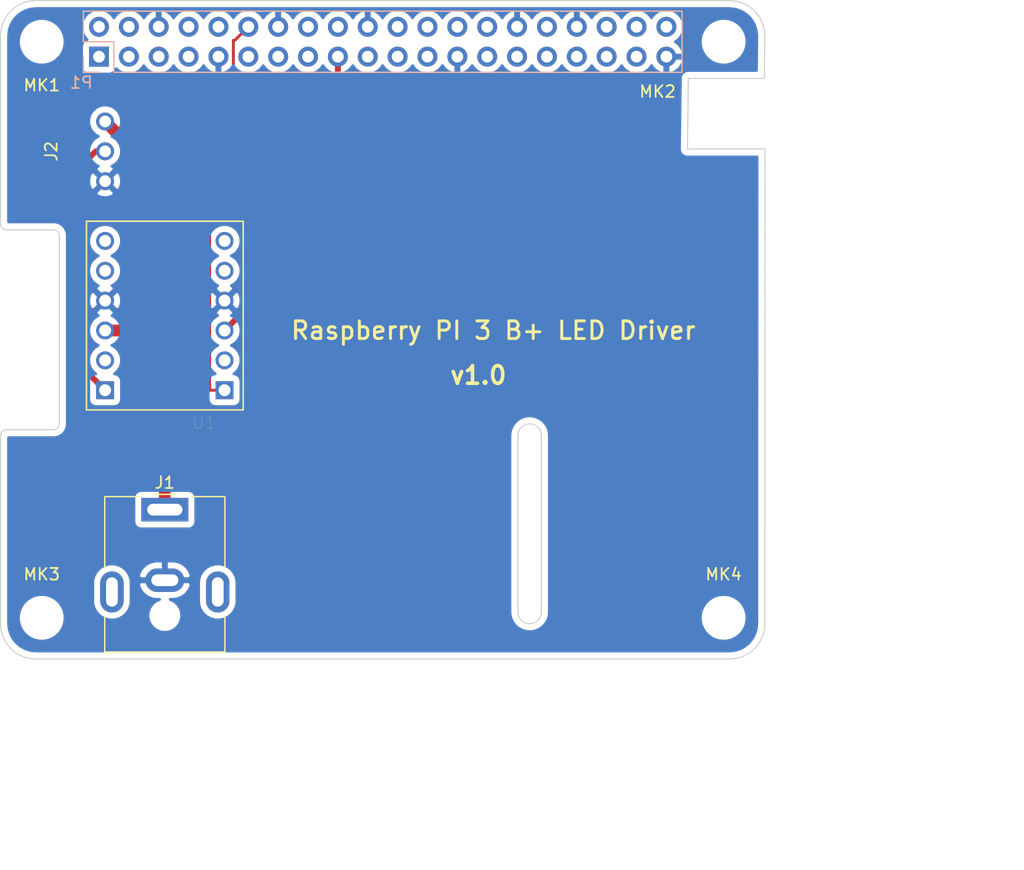
<source format=kicad_pcb>
(kicad_pcb (version 20171130) (host pcbnew 5.1.10-88a1d61d58~88~ubuntu20.04.1)

  (general
    (thickness 1.6)
    (drawings 45)
    (tracks 19)
    (zones 0)
    (modules 8)
    (nets 40)
  )

  (page A3)
  (title_block
    (date "15 nov 2012")
  )

  (layers
    (0 F.Cu signal)
    (31 B.Cu signal)
    (32 B.Adhes user)
    (33 F.Adhes user)
    (34 B.Paste user)
    (35 F.Paste user)
    (36 B.SilkS user)
    (37 F.SilkS user)
    (38 B.Mask user)
    (39 F.Mask user)
    (40 Dwgs.User user)
    (41 Cmts.User user)
    (42 Eco1.User user)
    (43 Eco2.User user)
    (44 Edge.Cuts user)
    (45 Margin user)
    (46 B.CrtYd user)
    (47 F.CrtYd user)
  )

  (setup
    (last_trace_width 0.2)
    (trace_clearance 0.2)
    (zone_clearance 0.508)
    (zone_45_only no)
    (trace_min 0.1524)
    (via_size 0.9)
    (via_drill 0.6)
    (via_min_size 0.8)
    (via_min_drill 0.5)
    (uvia_size 0.5)
    (uvia_drill 0.1)
    (uvias_allowed no)
    (uvia_min_size 0.5)
    (uvia_min_drill 0.1)
    (edge_width 0.1)
    (segment_width 0.1)
    (pcb_text_width 0.3)
    (pcb_text_size 1 1)
    (mod_edge_width 0.15)
    (mod_text_size 1 1)
    (mod_text_width 0.15)
    (pad_size 2.5 2.5)
    (pad_drill 2.5)
    (pad_to_mask_clearance 0)
    (aux_axis_origin 200 150)
    (grid_origin 200 150)
    (visible_elements 7FFFFFFF)
    (pcbplotparams
      (layerselection 0x010e0_ffffffff)
      (usegerberextensions true)
      (usegerberattributes false)
      (usegerberadvancedattributes false)
      (creategerberjobfile false)
      (excludeedgelayer true)
      (linewidth 0.150000)
      (plotframeref false)
      (viasonmask false)
      (mode 1)
      (useauxorigin false)
      (hpglpennumber 1)
      (hpglpenspeed 20)
      (hpglpendiameter 15.000000)
      (psnegative false)
      (psa4output false)
      (plotreference true)
      (plotvalue true)
      (plotinvisibletext false)
      (padsonsilk false)
      (subtractmaskfromsilk false)
      (outputformat 1)
      (mirror false)
      (drillshape 0)
      (scaleselection 1)
      (outputdirectory "../out/"))
  )

  (net 0 "")
  (net 1 +3V3)
  (net 2 +5V)
  (net 3 GND)
  (net 4 /ID_SD)
  (net 5 /ID_SC)
  (net 6 /GPIO5)
  (net 7 /GPIO6)
  (net 8 /GPIO26)
  (net 9 "/GPIO2(SDA1)")
  (net 10 "/GPIO3(SCL1)")
  (net 11 "/GPIO4(GCLK)")
  (net 12 "/GPIO14(TXD0)")
  (net 13 "/GPIO15(RXD0)")
  (net 14 "/GPIO17(GEN0)")
  (net 15 "/GPIO27(GEN2)")
  (net 16 "/GPIO22(GEN3)")
  (net 17 "/GPIO23(GEN4)")
  (net 18 "/GPIO24(GEN5)")
  (net 19 "/GPIO25(GEN6)")
  (net 20 "/GPIO18(GEN1)(PWM0)")
  (net 21 "/GPIO10(SPI0_MOSI)")
  (net 22 "/GPIO9(SPI0_MISO)")
  (net 23 "/GPIO11(SPI0_SCK)")
  (net 24 "/GPIO8(SPI0_CE_N)")
  (net 25 "/GPIO7(SPI1_CE_N)")
  (net 26 "/GPIO12(PWM0)")
  (net 27 "/GPIO13(PWM1)")
  (net 28 "/GPIO19(SPI1_MISO)")
  (net 29 /GPIO16)
  (net 30 "/GPIO20(SPI1_MOSI)")
  (net 31 "/GPIO21(SPI1_SCK)")
  (net 32 "Net-(U1-PadHV4)")
  (net 33 "Net-(U1-PadHV3)")
  (net 34 "Net-(U1-PadHV2)")
  (net 35 /LED_DATA)
  (net 36 "Net-(U1-PadLV4)")
  (net 37 "Net-(U1-PadLV3)")
  (net 38 "Net-(U1-PadLV2)")
  (net 39 /LED_POWER)

  (net_class Default "This is the default net class."
    (clearance 0.2)
    (trace_width 0.2)
    (via_dia 0.9)
    (via_drill 0.6)
    (uvia_dia 0.5)
    (uvia_drill 0.1)
    (add_net +3V3)
    (add_net +5V)
    (add_net "/GPIO10(SPI0_MOSI)")
    (add_net "/GPIO11(SPI0_SCK)")
    (add_net "/GPIO12(PWM0)")
    (add_net "/GPIO13(PWM1)")
    (add_net "/GPIO14(TXD0)")
    (add_net "/GPIO15(RXD0)")
    (add_net /GPIO16)
    (add_net "/GPIO17(GEN0)")
    (add_net "/GPIO18(GEN1)(PWM0)")
    (add_net "/GPIO19(SPI1_MISO)")
    (add_net "/GPIO2(SDA1)")
    (add_net "/GPIO20(SPI1_MOSI)")
    (add_net "/GPIO21(SPI1_SCK)")
    (add_net "/GPIO22(GEN3)")
    (add_net "/GPIO23(GEN4)")
    (add_net "/GPIO24(GEN5)")
    (add_net "/GPIO25(GEN6)")
    (add_net /GPIO26)
    (add_net "/GPIO27(GEN2)")
    (add_net "/GPIO3(SCL1)")
    (add_net "/GPIO4(GCLK)")
    (add_net /GPIO5)
    (add_net /GPIO6)
    (add_net "/GPIO7(SPI1_CE_N)")
    (add_net "/GPIO8(SPI0_CE_N)")
    (add_net "/GPIO9(SPI0_MISO)")
    (add_net /ID_SC)
    (add_net /ID_SD)
    (add_net /LED_DATA)
    (add_net /LED_POWER)
    (add_net GND)
    (add_net "Net-(U1-PadHV2)")
    (add_net "Net-(U1-PadHV3)")
    (add_net "Net-(U1-PadHV4)")
    (add_net "Net-(U1-PadLV2)")
    (add_net "Net-(U1-PadLV3)")
    (add_net "Net-(U1-PadLV4)")
  )

  (net_class Power ""
    (clearance 0.2)
    (trace_width 0.5)
    (via_dia 1)
    (via_drill 0.7)
    (uvia_dia 0.5)
    (uvia_drill 0.1)
  )

  (module "BOB-120009 Level Converter:CONV_BOB-12009" (layer F.Cu) (tedit 609C7C35) (tstamp 609CF24C)
    (at 213.97 120.79 180)
    (path /60A2181B)
    (fp_text reference U1 (at -3.325 -9.135) (layer F.SilkS)
      (effects (font (size 1 1) (thickness 0.015)))
    )
    (fp_text value BOB-12009 (at 2.39 9.135) (layer F.Fab)
      (effects (font (size 1 1) (thickness 0.015)))
    )
    (fp_line (start 6.665 -8.025) (end 6.665 8.025) (layer F.SilkS) (width 0.127))
    (fp_line (start 6.665 8.025) (end -6.665 8.025) (layer F.SilkS) (width 0.127))
    (fp_line (start -6.665 8.025) (end -6.665 -8.025) (layer F.SilkS) (width 0.127))
    (fp_line (start -6.665 -8.025) (end 6.665 -8.025) (layer F.SilkS) (width 0.127))
    (fp_line (start 6.915 -8.275) (end -6.915 -8.275) (layer F.CrtYd) (width 0.05))
    (fp_line (start -6.915 -8.275) (end -6.915 8.275) (layer F.CrtYd) (width 0.05))
    (fp_line (start -6.915 8.275) (end 6.915 8.275) (layer F.CrtYd) (width 0.05))
    (fp_line (start 6.915 8.275) (end 6.915 -8.275) (layer F.CrtYd) (width 0.05))
    (fp_line (start 6.665 -8.025) (end 6.665 8.025) (layer F.Fab) (width 0.127))
    (fp_line (start 6.665 8.025) (end -6.665 8.025) (layer F.Fab) (width 0.127))
    (fp_line (start -6.665 8.025) (end -6.665 -8.025) (layer F.Fab) (width 0.127))
    (fp_line (start -6.665 -8.025) (end 6.665 -8.025) (layer F.Fab) (width 0.127))
    (pad HV4 thru_hole circle (at 5.08 6.35 180) (size 1.524 1.524) (drill 1.016) (layers *.Cu *.Mask)
      (net 32 "Net-(U1-PadHV4)"))
    (pad HV3 thru_hole circle (at 5.08 3.81 180) (size 1.524 1.524) (drill 1.016) (layers *.Cu *.Mask)
      (net 33 "Net-(U1-PadHV3)"))
    (pad GND_1 thru_hole circle (at 5.08 1.27 180) (size 1.524 1.524) (drill 1.016) (layers *.Cu *.Mask)
      (net 3 GND))
    (pad HV thru_hole circle (at 5.08 -1.27 180) (size 1.524 1.524) (drill 1.016) (layers *.Cu *.Mask)
      (net 39 /LED_POWER))
    (pad HV2 thru_hole circle (at 5.08 -3.81 180) (size 1.524 1.524) (drill 1.016) (layers *.Cu *.Mask)
      (net 34 "Net-(U1-PadHV2)"))
    (pad HV1 thru_hole rect (at 5.08 -6.35 180) (size 1.524 1.524) (drill 1.016) (layers *.Cu *.Mask)
      (net 35 /LED_DATA))
    (pad LV4 thru_hole circle (at -5.08 6.35 180) (size 1.524 1.524) (drill 1.016) (layers *.Cu *.Mask)
      (net 36 "Net-(U1-PadLV4)"))
    (pad LV3 thru_hole circle (at -5.08 3.81 180) (size 1.524 1.524) (drill 1.016) (layers *.Cu *.Mask)
      (net 37 "Net-(U1-PadLV3)"))
    (pad GND_2 thru_hole circle (at -5.08 1.27 180) (size 1.524 1.524) (drill 1.016) (layers *.Cu *.Mask)
      (net 3 GND))
    (pad LV thru_hole circle (at -5.08 -1.27 180) (size 1.524 1.524) (drill 1.016) (layers *.Cu *.Mask)
      (net 1 +3V3))
    (pad LV2 thru_hole circle (at -5.08 -3.81 180) (size 1.524 1.524) (drill 1.016) (layers *.Cu *.Mask)
      (net 38 "Net-(U1-PadLV2)"))
    (pad LV1 thru_hole rect (at -5.08 -6.35 180) (size 1.524 1.524) (drill 1.016) (layers *.Cu *.Mask)
      (net 20 "/GPIO18(GEN1)(PWM0)"))
  )

  (module "BOB-120009 Level Converter:Molex-0901362203" (layer F.Cu) (tedit 609CCC6E) (tstamp 609D291C)
    (at 208.89 106.82 90)
    (path /609FFB72)
    (fp_text reference J2 (at 0 -4.58 90) (layer F.SilkS)
      (effects (font (size 1 1) (thickness 0.15)))
    )
    (fp_text value Conn_01x03_Male (at 0 -5.58 90) (layer F.Fab)
      (effects (font (size 1 1) (thickness 0.15)))
    )
    (pad 3 thru_hole circle (at 2.54 0 90) (size 1.524 1.524) (drill 1) (layers *.Cu *.Mask)
      (net 39 /LED_POWER))
    (pad 2 thru_hole circle (at 0 0 90) (size 1.524 1.524) (drill 1) (layers *.Cu *.Mask)
      (net 35 /LED_DATA))
    (pad 1 thru_hole circle (at -2.54 0 90) (size 1.524 1.524) (drill 1) (layers *.Cu *.Mask)
      (net 3 GND))
  )

  (module Connector_BarrelJack:BarrelJack_CUI_PJ-063AH_Horizontal (layer F.Cu) (tedit 5B0886BD) (tstamp 609D2915)
    (at 213.97 137.3)
    (descr "Barrel Jack, 2.0mm ID, 5.5mm OD, 24V, 8A, no switch, https://www.cui.com/product/resource/pj-063ah.pdf")
    (tags "barrel jack cui dc power")
    (path /609CFBCC)
    (fp_text reference J1 (at 0 -2.3) (layer F.SilkS)
      (effects (font (size 1 1) (thickness 0.15)))
    )
    (fp_text value Barrel_Jack (at 0 13) (layer F.Fab)
      (effects (font (size 1 1) (thickness 0.15)))
    )
    (fp_text user %R (at 0 5.5) (layer F.Fab)
      (effects (font (size 1 1) (thickness 0.15)))
    )
    (fp_line (start -5 -1) (end -1 -1) (layer F.Fab) (width 0.1))
    (fp_line (start -1 -1) (end 0 0) (layer F.Fab) (width 0.1))
    (fp_line (start 0 0) (end 1 -1) (layer F.Fab) (width 0.1))
    (fp_line (start 1 -1) (end 5 -1) (layer F.Fab) (width 0.1))
    (fp_line (start 5 -1) (end 5 12) (layer F.Fab) (width 0.1))
    (fp_line (start 5 12) (end -5 12) (layer F.Fab) (width 0.1))
    (fp_line (start -5 12) (end -5 -1) (layer F.Fab) (width 0.1))
    (fp_line (start -5.11 4.95) (end -5.11 -1.11) (layer F.SilkS) (width 0.12))
    (fp_line (start -5.11 -1.11) (end -2.3 -1.11) (layer F.SilkS) (width 0.12))
    (fp_line (start 2.3 -1.11) (end 5.11 -1.11) (layer F.SilkS) (width 0.12))
    (fp_line (start 5.11 -1.11) (end 5.11 4.95) (layer F.SilkS) (width 0.12))
    (fp_line (start 5.11 9.05) (end 5.11 12.11) (layer F.SilkS) (width 0.12))
    (fp_line (start 5.11 12.11) (end -5.11 12.11) (layer F.SilkS) (width 0.12))
    (fp_line (start -5.11 12.11) (end -5.11 9.05) (layer F.SilkS) (width 0.12))
    (fp_line (start -1 -1.3) (end 1 -1.3) (layer F.SilkS) (width 0.12))
    (fp_line (start -6 -1.5) (end -6 12.5) (layer F.CrtYd) (width 0.05))
    (fp_line (start -6 12.5) (end 6 12.5) (layer F.CrtYd) (width 0.05))
    (fp_line (start 6 12.5) (end 6 -1.5) (layer F.CrtYd) (width 0.05))
    (fp_line (start 6 -1.5) (end -6 -1.5) (layer F.CrtYd) (width 0.05))
    (pad "" np_thru_hole circle (at 0 9) (size 1.6 1.6) (drill 1.6) (layers *.Cu *.Mask))
    (pad MP thru_hole oval (at 4.5 7) (size 2 3.5) (drill oval 1 2.5) (layers *.Cu *.Mask))
    (pad MP thru_hole oval (at -4.5 7) (size 2 3.5) (drill oval 1 2.5) (layers *.Cu *.Mask))
    (pad 2 thru_hole oval (at 0 6) (size 3.3 2) (drill oval 2.3 1) (layers *.Cu *.Mask)
      (net 3 GND))
    (pad 1 thru_hole rect (at 0 0) (size 4 2) (drill oval 3 1) (layers *.Cu *.Mask)
      (net 39 /LED_POWER))
    (model ${KISYS3DMOD}/Connector_BarrelJack.3dshapes/BarrelJack_CUI_PJ-063AH_Horizontal.wrl
      (at (xyz 0 0 0))
      (scale (xyz 1 1 1))
      (rotate (xyz 0 0 0))
    )
  )

  (module Connector_PinSocket_2.54mm:PinSocket_2x20_P2.54mm_Vertical (layer B.Cu) (tedit 5A19A433) (tstamp 5A793E9F)
    (at 208.37 98.77 270)
    (descr "Through hole straight socket strip, 2x20, 2.54mm pitch, double cols (from Kicad 4.0.7), script generated")
    (tags "Through hole socket strip THT 2x20 2.54mm double row")
    (path /59AD464A)
    (fp_text reference P1 (at 2.208 1.512) (layer B.SilkS)
      (effects (font (size 1 1) (thickness 0.15)) (justify mirror))
    )
    (fp_text value Conn_02x20_Odd_Even (at -1.27 -51.03 270) (layer B.Fab)
      (effects (font (size 1 1) (thickness 0.15)) (justify mirror))
    )
    (fp_line (start -4.34 -50) (end -4.34 1.8) (layer B.CrtYd) (width 0.05))
    (fp_line (start 1.76 -50) (end -4.34 -50) (layer B.CrtYd) (width 0.05))
    (fp_line (start 1.76 1.8) (end 1.76 -50) (layer B.CrtYd) (width 0.05))
    (fp_line (start -4.34 1.8) (end 1.76 1.8) (layer B.CrtYd) (width 0.05))
    (fp_line (start 0 1.33) (end 1.33 1.33) (layer B.SilkS) (width 0.12))
    (fp_line (start 1.33 1.33) (end 1.33 0) (layer B.SilkS) (width 0.12))
    (fp_line (start -1.27 1.33) (end -1.27 -1.27) (layer B.SilkS) (width 0.12))
    (fp_line (start -1.27 -1.27) (end 1.33 -1.27) (layer B.SilkS) (width 0.12))
    (fp_line (start 1.33 -1.27) (end 1.33 -49.59) (layer B.SilkS) (width 0.12))
    (fp_line (start -3.87 -49.59) (end 1.33 -49.59) (layer B.SilkS) (width 0.12))
    (fp_line (start -3.87 1.33) (end -3.87 -49.59) (layer B.SilkS) (width 0.12))
    (fp_line (start -3.87 1.33) (end -1.27 1.33) (layer B.SilkS) (width 0.12))
    (fp_line (start -3.81 -49.53) (end -3.81 1.27) (layer B.Fab) (width 0.1))
    (fp_line (start 1.27 -49.53) (end -3.81 -49.53) (layer B.Fab) (width 0.1))
    (fp_line (start 1.27 0.27) (end 1.27 -49.53) (layer B.Fab) (width 0.1))
    (fp_line (start 0.27 1.27) (end 1.27 0.27) (layer B.Fab) (width 0.1))
    (fp_line (start -3.81 1.27) (end 0.27 1.27) (layer B.Fab) (width 0.1))
    (fp_text user %R (at -1.27 -24.13 180) (layer B.Fab)
      (effects (font (size 1 1) (thickness 0.15)) (justify mirror))
    )
    (pad 40 thru_hole oval (at -2.54 -48.26 270) (size 1.7 1.7) (drill 1) (layers *.Cu *.Mask)
      (net 31 "/GPIO21(SPI1_SCK)"))
    (pad 39 thru_hole oval (at 0 -48.26 270) (size 1.7 1.7) (drill 1) (layers *.Cu *.Mask)
      (net 3 GND))
    (pad 38 thru_hole oval (at -2.54 -45.72 270) (size 1.7 1.7) (drill 1) (layers *.Cu *.Mask)
      (net 30 "/GPIO20(SPI1_MOSI)"))
    (pad 37 thru_hole oval (at 0 -45.72 270) (size 1.7 1.7) (drill 1) (layers *.Cu *.Mask)
      (net 8 /GPIO26))
    (pad 36 thru_hole oval (at -2.54 -43.18 270) (size 1.7 1.7) (drill 1) (layers *.Cu *.Mask)
      (net 29 /GPIO16))
    (pad 35 thru_hole oval (at 0 -43.18 270) (size 1.7 1.7) (drill 1) (layers *.Cu *.Mask)
      (net 28 "/GPIO19(SPI1_MISO)"))
    (pad 34 thru_hole oval (at -2.54 -40.64 270) (size 1.7 1.7) (drill 1) (layers *.Cu *.Mask)
      (net 3 GND))
    (pad 33 thru_hole oval (at 0 -40.64 270) (size 1.7 1.7) (drill 1) (layers *.Cu *.Mask)
      (net 27 "/GPIO13(PWM1)"))
    (pad 32 thru_hole oval (at -2.54 -38.1 270) (size 1.7 1.7) (drill 1) (layers *.Cu *.Mask)
      (net 26 "/GPIO12(PWM0)"))
    (pad 31 thru_hole oval (at 0 -38.1 270) (size 1.7 1.7) (drill 1) (layers *.Cu *.Mask)
      (net 7 /GPIO6))
    (pad 30 thru_hole oval (at -2.54 -35.56 270) (size 1.7 1.7) (drill 1) (layers *.Cu *.Mask)
      (net 3 GND))
    (pad 29 thru_hole oval (at 0 -35.56 270) (size 1.7 1.7) (drill 1) (layers *.Cu *.Mask)
      (net 6 /GPIO5))
    (pad 28 thru_hole oval (at -2.54 -33.02 270) (size 1.7 1.7) (drill 1) (layers *.Cu *.Mask)
      (net 5 /ID_SC))
    (pad 27 thru_hole oval (at 0 -33.02 270) (size 1.7 1.7) (drill 1) (layers *.Cu *.Mask)
      (net 4 /ID_SD))
    (pad 26 thru_hole oval (at -2.54 -30.48 270) (size 1.7 1.7) (drill 1) (layers *.Cu *.Mask)
      (net 25 "/GPIO7(SPI1_CE_N)"))
    (pad 25 thru_hole oval (at 0 -30.48 270) (size 1.7 1.7) (drill 1) (layers *.Cu *.Mask)
      (net 3 GND))
    (pad 24 thru_hole oval (at -2.54 -27.94 270) (size 1.7 1.7) (drill 1) (layers *.Cu *.Mask)
      (net 24 "/GPIO8(SPI0_CE_N)"))
    (pad 23 thru_hole oval (at 0 -27.94 270) (size 1.7 1.7) (drill 1) (layers *.Cu *.Mask)
      (net 23 "/GPIO11(SPI0_SCK)"))
    (pad 22 thru_hole oval (at -2.54 -25.4 270) (size 1.7 1.7) (drill 1) (layers *.Cu *.Mask)
      (net 19 "/GPIO25(GEN6)"))
    (pad 21 thru_hole oval (at 0 -25.4 270) (size 1.7 1.7) (drill 1) (layers *.Cu *.Mask)
      (net 22 "/GPIO9(SPI0_MISO)"))
    (pad 20 thru_hole oval (at -2.54 -22.86 270) (size 1.7 1.7) (drill 1) (layers *.Cu *.Mask)
      (net 3 GND))
    (pad 19 thru_hole oval (at 0 -22.86 270) (size 1.7 1.7) (drill 1) (layers *.Cu *.Mask)
      (net 21 "/GPIO10(SPI0_MOSI)"))
    (pad 18 thru_hole oval (at -2.54 -20.32 270) (size 1.7 1.7) (drill 1) (layers *.Cu *.Mask)
      (net 18 "/GPIO24(GEN5)"))
    (pad 17 thru_hole oval (at 0 -20.32 270) (size 1.7 1.7) (drill 1) (layers *.Cu *.Mask)
      (net 1 +3V3))
    (pad 16 thru_hole oval (at -2.54 -17.78 270) (size 1.7 1.7) (drill 1) (layers *.Cu *.Mask)
      (net 17 "/GPIO23(GEN4)"))
    (pad 15 thru_hole oval (at 0 -17.78 270) (size 1.7 1.7) (drill 1) (layers *.Cu *.Mask)
      (net 16 "/GPIO22(GEN3)"))
    (pad 14 thru_hole oval (at -2.54 -15.24 270) (size 1.7 1.7) (drill 1) (layers *.Cu *.Mask)
      (net 3 GND))
    (pad 13 thru_hole oval (at 0 -15.24 270) (size 1.7 1.7) (drill 1) (layers *.Cu *.Mask)
      (net 15 "/GPIO27(GEN2)"))
    (pad 12 thru_hole oval (at -2.54 -12.7 270) (size 1.7 1.7) (drill 1) (layers *.Cu *.Mask)
      (net 20 "/GPIO18(GEN1)(PWM0)"))
    (pad 11 thru_hole oval (at 0 -12.7 270) (size 1.7 1.7) (drill 1) (layers *.Cu *.Mask)
      (net 14 "/GPIO17(GEN0)"))
    (pad 10 thru_hole oval (at -2.54 -10.16 270) (size 1.7 1.7) (drill 1) (layers *.Cu *.Mask)
      (net 13 "/GPIO15(RXD0)"))
    (pad 9 thru_hole oval (at 0 -10.16 270) (size 1.7 1.7) (drill 1) (layers *.Cu *.Mask)
      (net 3 GND))
    (pad 8 thru_hole oval (at -2.54 -7.62 270) (size 1.7 1.7) (drill 1) (layers *.Cu *.Mask)
      (net 12 "/GPIO14(TXD0)"))
    (pad 7 thru_hole oval (at 0 -7.62 270) (size 1.7 1.7) (drill 1) (layers *.Cu *.Mask)
      (net 11 "/GPIO4(GCLK)"))
    (pad 6 thru_hole oval (at -2.54 -5.08 270) (size 1.7 1.7) (drill 1) (layers *.Cu *.Mask)
      (net 3 GND))
    (pad 5 thru_hole oval (at 0 -5.08 270) (size 1.7 1.7) (drill 1) (layers *.Cu *.Mask)
      (net 10 "/GPIO3(SCL1)"))
    (pad 4 thru_hole oval (at -2.54 -2.54 270) (size 1.7 1.7) (drill 1) (layers *.Cu *.Mask)
      (net 2 +5V))
    (pad 3 thru_hole oval (at 0 -2.54 270) (size 1.7 1.7) (drill 1) (layers *.Cu *.Mask)
      (net 9 "/GPIO2(SDA1)"))
    (pad 2 thru_hole oval (at -2.54 0 270) (size 1.7 1.7) (drill 1) (layers *.Cu *.Mask)
      (net 2 +5V))
    (pad 1 thru_hole rect (at 0 0 270) (size 1.7 1.7) (drill 1) (layers *.Cu *.Mask)
      (net 1 +3V3))
    (model ${KISYS3DMOD}/Connector_PinSocket_2.54mm.3dshapes/PinSocket_2x20_P2.54mm_Vertical.wrl
      (at (xyz 0 0 0))
      (scale (xyz 1 1 1))
      (rotate (xyz 0 0 0))
    )
  )

  (module MountingHole:MountingHole_2.7mm_M2.5 (layer F.Cu) (tedit 56D1B4CB) (tstamp 5A793E98)
    (at 261.5 146.5)
    (descr "Mounting Hole 2.7mm, no annular, M2.5")
    (tags "mounting hole 2.7mm no annular m2.5")
    (path /5834FC4F)
    (attr virtual)
    (fp_text reference MK4 (at 0 -3.7) (layer F.SilkS)
      (effects (font (size 1 1) (thickness 0.15)))
    )
    (fp_text value M2.5 (at 0 3.7) (layer F.Fab)
      (effects (font (size 1 1) (thickness 0.15)))
    )
    (fp_circle (center 0 0) (end 2.95 0) (layer F.CrtYd) (width 0.05))
    (fp_circle (center 0 0) (end 2.7 0) (layer Cmts.User) (width 0.15))
    (fp_text user %R (at 0.3 0) (layer F.Fab)
      (effects (font (size 1 1) (thickness 0.15)))
    )
    (pad 1 np_thru_hole circle (at 0 0) (size 2.7 2.7) (drill 2.7) (layers *.Cu *.Mask))
  )

  (module MountingHole:MountingHole_2.7mm_M2.5 (layer F.Cu) (tedit 56D1B4CB) (tstamp 5A793E91)
    (at 203.5 146.5)
    (descr "Mounting Hole 2.7mm, no annular, M2.5")
    (tags "mounting hole 2.7mm no annular m2.5")
    (path /5834FBEF)
    (attr virtual)
    (fp_text reference MK3 (at 0 -3.7) (layer F.SilkS)
      (effects (font (size 1 1) (thickness 0.15)))
    )
    (fp_text value M2.5 (at 0 3.7) (layer F.Fab)
      (effects (font (size 1 1) (thickness 0.15)))
    )
    (fp_circle (center 0 0) (end 2.95 0) (layer F.CrtYd) (width 0.05))
    (fp_circle (center 0 0) (end 2.7 0) (layer Cmts.User) (width 0.15))
    (fp_text user %R (at 0.3 0) (layer F.Fab)
      (effects (font (size 1 1) (thickness 0.15)))
    )
    (pad 1 np_thru_hole circle (at 0 0) (size 2.7 2.7) (drill 2.7) (layers *.Cu *.Mask))
  )

  (module MountingHole:MountingHole_2.7mm_M2.5 (layer F.Cu) (tedit 56D1B4CB) (tstamp 5A793E8A)
    (at 261.5 97.5 180)
    (descr "Mounting Hole 2.7mm, no annular, M2.5")
    (tags "mounting hole 2.7mm no annular m2.5")
    (path /5834FC19)
    (attr virtual)
    (fp_text reference MK2 (at 5.62 -4.24 180) (layer F.SilkS)
      (effects (font (size 1 1) (thickness 0.15)))
    )
    (fp_text value M2.5 (at 0 3.7 180) (layer F.Fab)
      (effects (font (size 1 1) (thickness 0.15)))
    )
    (fp_circle (center 0 0) (end 2.95 0) (layer F.CrtYd) (width 0.05))
    (fp_circle (center 0 0) (end 2.7 0) (layer Cmts.User) (width 0.15))
    (fp_text user %R (at 0.3 0 180) (layer F.Fab)
      (effects (font (size 1 1) (thickness 0.15)))
    )
    (pad 1 np_thru_hole circle (at 0 0 180) (size 2.7 2.7) (drill 2.7) (layers *.Cu *.Mask))
  )

  (module MountingHole:MountingHole_2.7mm_M2.5 (layer F.Cu) (tedit 56D1B4CB) (tstamp 5A793E83)
    (at 203.5 97.5 180)
    (descr "Mounting Hole 2.7mm, no annular, M2.5")
    (tags "mounting hole 2.7mm no annular m2.5")
    (path /5834FB2E)
    (attr virtual)
    (fp_text reference MK1 (at 0 -3.7 180) (layer F.SilkS)
      (effects (font (size 1 1) (thickness 0.15)))
    )
    (fp_text value M2.5 (at 0 3.7 180) (layer F.Fab)
      (effects (font (size 1 1) (thickness 0.15)))
    )
    (fp_circle (center 0 0) (end 2.95 0) (layer F.CrtYd) (width 0.05))
    (fp_circle (center 0 0) (end 2.7 0) (layer Cmts.User) (width 0.15))
    (fp_text user %R (at 0.3 0 180) (layer F.Fab)
      (effects (font (size 1 1) (thickness 0.15)))
    )
    (pad 1 np_thru_hole circle (at 0 0 180) (size 2.7 2.7) (drill 2.7) (layers *.Cu *.Mask))
  )

  (gr_line (start 265 147) (end 265.02 106.623) (layer Edge.Cuts) (width 0.1) (tstamp 609D3425))
  (gr_line (start 264.9605 100.6224) (end 265 97) (layer Edge.Cuts) (width 0.1) (tstamp 609D3424))
  (gr_text v1.0 (at 240.64 125.87) (layer F.SilkS)
    (effects (font (size 1.5 1.5) (thickness 0.3)))
  )
  (gr_text "Raspberry PI 3 B+ LED Driver" (at 241.91 122.06) (layer F.SilkS)
    (effects (font (size 1.5 1.5) (thickness 0.25)))
  )
  (gr_line (start 258.42 106.623) (end 265.02 106.623) (layer Edge.Cuts) (width 0.1) (tstamp 609CF82B))
  (gr_line (start 258.42 106.623) (end 258.5 100.623) (layer Edge.Cuts) (width 0.1) (tstamp 609CF825))
  (gr_line (start 258.5 100.623) (end 264.9605 100.6224) (layer Edge.Cuts) (width 0.1))
  (gr_line (start 244 146) (end 244 131) (layer Edge.Cuts) (width 0.1))
  (gr_line (start 246 131) (end 246 146) (layer Edge.Cuts) (width 0.1))
  (gr_arc (start 245 131) (end 244 131) (angle 180) (layer Edge.Cuts) (width 0.1))
  (gr_arc (start 245 146) (end 246 146) (angle 180) (layer Edge.Cuts) (width 0.1))
  (gr_arc (start 200.5 131) (end 200 131) (angle 89.9) (layer Edge.Cuts) (width 0.1))
  (gr_arc (start 204.5 130) (end 205 130) (angle 90) (layer Edge.Cuts) (width 0.1))
  (gr_arc (start 200.5 113) (end 200.5 113.5) (angle 90) (layer Edge.Cuts) (width 0.1))
  (gr_arc (start 204.5 114) (end 204.5 113.5) (angle 90) (layer Edge.Cuts) (width 0.1))
  (gr_line (start 200 113) (end 200 131) (layer Dwgs.User) (width 0.1))
  (gr_line (start 200 97) (end 200 113) (layer Edge.Cuts) (width 0.1))
  (gr_text DISPLAY (at 202.5 122 90) (layer Dwgs.User) (tstamp 580CBBFF)
    (effects (font (size 1 1) (thickness 0.15)))
  )
  (gr_text CAMERA (at 245 139 90) (layer Dwgs.User)
    (effects (font (size 1 1) (thickness 0.15)))
  )
  (gr_text RJ45 (at 276.2 139.84) (layer Dwgs.User) (tstamp 580CBBEB)
    (effects (font (size 2 2) (thickness 0.15)))
  )
  (gr_text USB (at 277.724 121.552) (layer Dwgs.User) (tstamp 580CBBE9)
    (effects (font (size 2 2) (thickness 0.15)))
  )
  (gr_text USB (at 278.232 102.248) (layer Dwgs.User)
    (effects (font (size 2 2) (thickness 0.15)))
  )
  (gr_arc (start 262 97) (end 262 94) (angle 90) (layer Edge.Cuts) (width 0.1))
  (gr_arc (start 262 147) (end 265 147) (angle 90) (layer Edge.Cuts) (width 0.1))
  (gr_arc (start 203 147) (end 203 150) (angle 90) (layer Edge.Cuts) (width 0.1))
  (gr_arc (start 203 97) (end 200 97) (angle 90) (layer Edge.Cuts) (width 0.1))
  (gr_line (start 269.9 114.45) (end 287 114.45) (layer Dwgs.User) (width 0.1))
  (gr_line (start 262 94) (end 203 94) (layer Edge.Cuts) (width 0.1))
  (gr_line (start 269.9 127.55) (end 269.9 114.45) (layer Dwgs.User) (width 0.1))
  (gr_line (start 287 127.55) (end 269.9 127.55) (layer Dwgs.User) (width 0.1))
  (gr_line (start 287 114.45) (end 287 127.55) (layer Dwgs.User) (width 0.1))
  (gr_line (start 204.5 130.5) (end 200.5 130.5) (layer Edge.Cuts) (width 0.1))
  (gr_line (start 205 114) (end 205 130) (layer Edge.Cuts) (width 0.1))
  (gr_line (start 200.5 113.5) (end 204.5 113.5) (layer Edge.Cuts) (width 0.1))
  (gr_line (start 266 147.675) (end 266 131.825) (layer Dwgs.User) (width 0.1))
  (gr_line (start 287 147.675) (end 266 147.675) (layer Dwgs.User) (width 0.1))
  (gr_line (start 287 131.825) (end 287 147.675) (layer Dwgs.User) (width 0.1))
  (gr_line (start 266 131.825) (end 287 131.825) (layer Dwgs.User) (width 0.1))
  (gr_line (start 203 150) (end 262 150) (layer Edge.Cuts) (width 0.1))
  (gr_line (start 200 131) (end 200 147) (layer Edge.Cuts) (width 0.1))
  (gr_line (start 269.9 109.455925) (end 269.9 96.355925) (layer Dwgs.User) (width 0.1))
  (gr_line (start 287 109.455925) (end 269.9 109.455925) (layer Dwgs.User) (width 0.1))
  (gr_line (start 287 96.355925) (end 287 109.455925) (layer Dwgs.User) (width 0.1))
  (gr_line (start 269.9 96.355925) (end 287 96.355925) (layer Dwgs.User) (width 0.1))
  (gr_text "RASPBERRY-PI 40-PIN ADDON BOARD\nVIEW FROM TOP\nNOTE: P1 SHOULD BE FITTED ON THE REVERSE OF THE BOARD\n\nADD EDGE CUTS FROM CAMERA AND DISPLAY PORTS AS REQUIRED" (at 200 160.16) (layer Dwgs.User)
    (effects (font (size 2 1.7) (thickness 0.12)) (justify left))
  )

  (segment (start 219.05 122.06) (end 228.69 112.42) (width 0.5) (layer F.Cu) (net 1))
  (segment (start 228.69 112.42) (end 228.69 104.8) (width 0.5) (layer F.Cu) (net 1))
  (segment (start 228.69 104.8) (end 228.69 98.77) (width 0.5) (layer F.Cu) (net 1))
  (segment (start 219.8 109.760001) (end 219.8 97.380001) (width 0.25) (layer F.Cu) (net 20))
  (segment (start 219.919999 97.380001) (end 221.07 96.23) (width 0.25) (layer F.Cu) (net 20))
  (segment (start 219.8 97.380001) (end 219.919999 97.380001) (width 0.2) (layer F.Cu) (net 20))
  (segment (start 219.05 127.14) (end 217.78 127.14) (width 0.25) (layer F.Cu) (net 20))
  (segment (start 217.78 127.14) (end 217.78 110.63) (width 0.25) (layer F.Cu) (net 20))
  (segment (start 218.930001 110.63) (end 219.8 109.760001) (width 0.25) (layer F.Cu) (net 20))
  (segment (start 217.78 110.63) (end 218.930001 110.63) (width 0.25) (layer F.Cu) (net 20))
  (segment (start 208.89 127.14) (end 206.35 124.6) (width 0.5) (layer F.Cu) (net 35))
  (segment (start 206.35 108.559992) (end 208.089992 106.82) (width 0.5) (layer F.Cu) (net 35))
  (segment (start 206.35 124.6) (end 206.35 108.559992) (width 0.5) (layer F.Cu) (net 35))
  (segment (start 208.89 122.06) (end 213.97 122.06) (width 1) (layer F.Cu) (net 39))
  (segment (start 213.97 122.06) (end 213.97 113.17) (width 1) (layer F.Cu) (net 39))
  (segment (start 213.97 137.3) (end 213.97 122.06) (width 1) (layer F.Cu) (net 39))
  (segment (start 213.97 111.9) (end 213.97 113.17) (width 1) (layer F.Cu) (net 39))
  (segment (start 213.97 109.36) (end 208.89 104.28) (width 1) (layer F.Cu) (net 39))
  (segment (start 213.97 111.9) (end 213.97 109.36) (width 1) (layer F.Cu) (net 39))

  (zone (net 3) (net_name GND) (layer B.Cu) (tstamp 609D3313) (hatch edge 0.508)
    (connect_pads (clearance 0.508))
    (min_thickness 0.254)
    (fill yes (arc_segments 32) (thermal_gap 0.508) (thermal_bridge_width 0.508))
    (polygon
      (pts
        (xy 264.77 150) (xy 200 150) (xy 200 94.12) (xy 266.04 94.12)
      )
    )
    (filled_polygon
      (pts
        (xy 262.449016 94.732312) (xy 262.88093 94.862714) (xy 263.279285 95.074524) (xy 263.628914 95.359675) (xy 263.916497 95.707303)
        (xy 264.131086 96.104177) (xy 264.264498 96.535161) (xy 264.314809 97.013835) (xy 264.282928 99.937463) (xy 258.538195 99.937997)
        (xy 258.509176 99.934748) (xy 258.470899 99.938004) (xy 258.46629 99.938004) (xy 258.437352 99.940857) (xy 258.37473 99.946183)
        (xy 258.370276 99.947469) (xy 258.365655 99.947925) (xy 258.305442 99.966196) (xy 258.245096 99.983627) (xy 258.240979 99.985757)
        (xy 258.236535 99.987106) (xy 258.181059 100.016765) (xy 258.125258 100.045641) (xy 258.121634 100.048535) (xy 258.11754 100.050724)
        (xy 258.068923 100.090631) (xy 258.019822 100.129844) (xy 258.016832 100.13339) (xy 258.013244 100.136335) (xy 257.973347 100.184959)
        (xy 257.932838 100.232998) (xy 257.930598 100.237058) (xy 257.927653 100.240647) (xy 257.898012 100.296114) (xy 257.86765 100.35114)
        (xy 257.866244 100.355561) (xy 257.864057 100.359654) (xy 257.845808 100.419832) (xy 257.826763 100.479729) (xy 257.826247 100.484339)
        (xy 257.8249 100.48878) (xy 257.818744 100.55134) (xy 257.81551 100.580224) (xy 257.815449 100.584835) (xy 257.811687 100.623063)
        (xy 257.814551 100.652119) (xy 257.735449 106.584792) (xy 257.731686 106.623) (xy 257.737856 106.685642) (xy 257.743182 106.74827)
        (xy 257.74446 106.752695) (xy 257.744912 106.757283) (xy 257.76318 106.817504) (xy 257.780626 106.877904) (xy 257.782743 106.881994)
        (xy 257.784081 106.886406) (xy 257.813753 106.941918) (xy 257.842641 106.997742) (xy 257.845514 107.001339) (xy 257.847688 107.005407)
        (xy 257.88764 107.054088) (xy 257.926844 107.103178) (xy 257.930362 107.106145) (xy 257.933289 107.109711) (xy 257.98196 107.149655)
        (xy 258.029997 107.190162) (xy 258.034028 107.192386) (xy 258.037593 107.195312) (xy 258.093127 107.224996) (xy 258.14814 107.25535)
        (xy 258.152526 107.256745) (xy 258.156594 107.258919) (xy 258.216847 107.277197) (xy 258.276729 107.296237) (xy 258.281304 107.296749)
        (xy 258.285717 107.298088) (xy 258.348375 107.304259) (xy 258.410824 107.311252) (xy 258.449062 107.308) (xy 264.334661 107.308)
        (xy 264.315017 146.96632) (xy 264.267688 147.449016) (xy 264.137287 147.880927) (xy 263.92548 148.27928) (xy 263.640325 148.628914)
        (xy 263.292697 148.916497) (xy 262.895825 149.131085) (xy 262.464834 149.2645) (xy 261.984346 149.315) (xy 203.033504 149.315)
        (xy 202.550984 149.267688) (xy 202.119073 149.137287) (xy 201.72072 148.92548) (xy 201.371086 148.640325) (xy 201.083503 148.292697)
        (xy 200.868915 147.895825) (xy 200.7355 147.464834) (xy 200.685 146.984346) (xy 200.685 146.304495) (xy 201.515 146.304495)
        (xy 201.515 146.695505) (xy 201.591282 147.079003) (xy 201.740915 147.44025) (xy 201.958149 147.765364) (xy 202.234636 148.041851)
        (xy 202.55975 148.259085) (xy 202.920997 148.408718) (xy 203.304495 148.485) (xy 203.695505 148.485) (xy 204.079003 148.408718)
        (xy 204.44025 148.259085) (xy 204.765364 148.041851) (xy 205.041851 147.765364) (xy 205.259085 147.44025) (xy 205.408718 147.079003)
        (xy 205.485 146.695505) (xy 205.485 146.304495) (xy 205.408718 145.920997) (xy 205.259085 145.55975) (xy 205.041851 145.234636)
        (xy 204.765364 144.958149) (xy 204.44025 144.740915) (xy 204.079003 144.591282) (xy 203.695505 144.515) (xy 203.304495 144.515)
        (xy 202.920997 144.591282) (xy 202.55975 144.740915) (xy 202.234636 144.958149) (xy 201.958149 145.234636) (xy 201.740915 145.55975)
        (xy 201.591282 145.920997) (xy 201.515 146.304495) (xy 200.685 146.304495) (xy 200.685 143.469679) (xy 207.835 143.469679)
        (xy 207.835 145.130322) (xy 207.858657 145.370516) (xy 207.952149 145.678715) (xy 208.10397 145.962752) (xy 208.308287 146.211714)
        (xy 208.557249 146.416031) (xy 208.841286 146.567852) (xy 209.149485 146.661343) (xy 209.47 146.692911) (xy 209.790516 146.661343)
        (xy 210.098715 146.567852) (xy 210.382752 146.416031) (xy 210.631714 146.211714) (xy 210.836031 145.962752) (xy 210.987852 145.678715)
        (xy 211.081343 145.370516) (xy 211.105 145.130322) (xy 211.105 143.680434) (xy 211.729876 143.680434) (xy 211.760856 143.808355)
        (xy 211.88999 144.102761) (xy 212.074078 144.366317) (xy 212.306046 144.588895) (xy 212.57698 144.761942) (xy 212.876468 144.878807)
        (xy 213.193 144.935) (xy 213.515568 144.935) (xy 213.290273 145.02832) (xy 213.055241 145.185363) (xy 212.855363 145.385241)
        (xy 212.69832 145.620273) (xy 212.590147 145.881426) (xy 212.535 146.158665) (xy 212.535 146.441335) (xy 212.590147 146.718574)
        (xy 212.69832 146.979727) (xy 212.855363 147.214759) (xy 213.055241 147.414637) (xy 213.290273 147.57168) (xy 213.551426 147.679853)
        (xy 213.828665 147.735) (xy 214.111335 147.735) (xy 214.388574 147.679853) (xy 214.649727 147.57168) (xy 214.884759 147.414637)
        (xy 215.084637 147.214759) (xy 215.24168 146.979727) (xy 215.349853 146.718574) (xy 215.405 146.441335) (xy 215.405 146.158665)
        (xy 215.349853 145.881426) (xy 215.24168 145.620273) (xy 215.084637 145.385241) (xy 214.884759 145.185363) (xy 214.649727 145.02832)
        (xy 214.424432 144.935) (xy 214.747 144.935) (xy 215.063532 144.878807) (xy 215.36302 144.761942) (xy 215.633954 144.588895)
        (xy 215.865922 144.366317) (xy 216.05001 144.102761) (xy 216.179144 143.808355) (xy 216.210124 143.680434) (xy 216.110876 143.469679)
        (xy 216.835 143.469679) (xy 216.835 145.130322) (xy 216.858657 145.370516) (xy 216.952149 145.678715) (xy 217.10397 145.962752)
        (xy 217.308287 146.211714) (xy 217.557249 146.416031) (xy 217.841286 146.567852) (xy 218.149485 146.661343) (xy 218.47 146.692911)
        (xy 218.790516 146.661343) (xy 219.098715 146.567852) (xy 219.382752 146.416031) (xy 219.631714 146.211714) (xy 219.77785 146.033646)
        (xy 243.315 146.033646) (xy 243.318366 146.067821) (xy 243.318366 146.080806) (xy 243.319366 146.090318) (xy 243.341121 146.284268)
        (xy 243.354025 146.344976) (xy 243.366089 146.405901) (xy 243.368917 146.415038) (xy 243.42793 146.601068) (xy 243.452377 146.658105)
        (xy 243.476046 146.715531) (xy 243.480595 146.723944) (xy 243.574617 146.894969) (xy 243.609692 146.946194) (xy 243.64405 146.997906)
        (xy 243.650146 147.005276) (xy 243.775596 147.154782) (xy 243.819974 147.19824) (xy 243.863703 147.242275) (xy 243.871109 147.248315)
        (xy 243.871113 147.248319) (xy 243.871115 147.24832) (xy 244.023214 147.370611) (xy 244.075139 147.404589) (xy 244.126632 147.439322)
        (xy 244.135077 147.443812) (xy 244.308033 147.534232) (xy 244.36559 147.557487) (xy 244.422835 147.58155) (xy 244.431991 147.584315)
        (xy 244.619217 147.639418) (xy 244.680218 147.651054) (xy 244.741015 147.663534) (xy 244.750533 147.664468) (xy 244.944895 147.682157)
        (xy 245.006986 147.681723) (xy 245.069066 147.682156) (xy 245.078585 147.681223) (xy 245.272682 147.660822) (xy 245.333496 147.648339)
        (xy 245.394481 147.636705) (xy 245.403637 147.633941) (xy 245.590075 147.576229) (xy 245.647279 147.552182) (xy 245.704873 147.528913)
        (xy 245.713317 147.524423) (xy 245.884994 147.431598) (xy 245.936468 147.396878) (xy 245.988418 147.362883) (xy 245.995829 147.356839)
        (xy 246.146207 147.232435) (xy 246.189973 147.188362) (xy 246.234311 147.144943) (xy 246.240408 147.137574) (xy 246.363758 146.986332)
        (xy 246.398126 146.934603) (xy 246.433191 146.883392) (xy 246.437739 146.874981) (xy 246.43774 146.87498) (xy 246.437742 146.874976)
        (xy 246.529366 146.702657) (xy 246.553022 146.645261) (xy 246.577482 146.588193) (xy 246.58031 146.579056) (xy 246.636719 146.39222)
        (xy 246.64878 146.33131) (xy 246.654479 146.304495) (xy 259.515 146.304495) (xy 259.515 146.695505) (xy 259.591282 147.079003)
        (xy 259.740915 147.44025) (xy 259.958149 147.765364) (xy 260.234636 148.041851) (xy 260.55975 148.259085) (xy 260.920997 148.408718)
        (xy 261.304495 148.485) (xy 261.695505 148.485) (xy 262.079003 148.408718) (xy 262.44025 148.259085) (xy 262.765364 148.041851)
        (xy 263.041851 147.765364) (xy 263.259085 147.44025) (xy 263.408718 147.079003) (xy 263.485 146.695505) (xy 263.485 146.304495)
        (xy 263.408718 145.920997) (xy 263.259085 145.55975) (xy 263.041851 145.234636) (xy 262.765364 144.958149) (xy 262.44025 144.740915)
        (xy 262.079003 144.591282) (xy 261.695505 144.515) (xy 261.304495 144.515) (xy 260.920997 144.591282) (xy 260.55975 144.740915)
        (xy 260.234636 144.958149) (xy 259.958149 145.234636) (xy 259.740915 145.55975) (xy 259.591282 145.920997) (xy 259.515 146.304495)
        (xy 246.654479 146.304495) (xy 246.661686 146.270591) (xy 246.662686 146.261079) (xy 246.681731 146.066845) (xy 246.681731 146.066837)
        (xy 246.685 146.033647) (xy 246.685 130.966353) (xy 246.681633 130.932169) (xy 246.681633 130.919193) (xy 246.680634 130.909681)
        (xy 246.658879 130.715732) (xy 246.645975 130.655024) (xy 246.633911 130.594099) (xy 246.631083 130.584962) (xy 246.57207 130.398932)
        (xy 246.547618 130.341882) (xy 246.523954 130.28447) (xy 246.519405 130.276056) (xy 246.425383 130.105031) (xy 246.39031 130.053809)
        (xy 246.355951 130.002094) (xy 246.349854 129.994724) (xy 246.224404 129.845218) (xy 246.180046 129.801779) (xy 246.136297 129.757724)
        (xy 246.128885 129.751679) (xy 245.976785 129.629389) (xy 245.924845 129.595401) (xy 245.873367 129.560678) (xy 245.864923 129.556187)
        (xy 245.691967 129.465768) (xy 245.63441 129.442513) (xy 245.577165 129.41845) (xy 245.568009 129.415685) (xy 245.380783 129.360582)
        (xy 245.319775 129.348945) (xy 245.258985 129.336466) (xy 245.249466 129.335532) (xy 245.055105 129.317843) (xy 244.992981 129.318277)
        (xy 244.930933 129.317844) (xy 244.921426 129.318776) (xy 244.921419 129.318776) (xy 244.921413 129.318777) (xy 244.727318 129.339178)
        (xy 244.666504 129.351661) (xy 244.605519 129.363295) (xy 244.596363 129.366059) (xy 244.409925 129.423771) (xy 244.352692 129.44783)
        (xy 244.295127 129.471087) (xy 244.286682 129.475577) (xy 244.115006 129.568402) (xy 244.063532 129.603122) (xy 244.011582 129.637117)
        (xy 244.00417 129.643162) (xy 243.853793 129.767565) (xy 243.810027 129.811638) (xy 243.765689 129.855057) (xy 243.759592 129.862426)
        (xy 243.636242 130.013668) (xy 243.601881 130.065386) (xy 243.566809 130.116607) (xy 243.56226 130.12502) (xy 243.470635 130.297343)
        (xy 243.446978 130.354739) (xy 243.422519 130.411807) (xy 243.41969 130.420943) (xy 243.363281 130.60778) (xy 243.351219 130.668698)
        (xy 243.338314 130.72941) (xy 243.337314 130.738922) (xy 243.318269 130.933155) (xy 243.318269 130.933173) (xy 243.315001 130.966353)
        (xy 243.315 146.033646) (xy 219.77785 146.033646) (xy 219.836031 145.962752) (xy 219.987852 145.678715) (xy 220.081343 145.370516)
        (xy 220.105 145.130322) (xy 220.105 143.469678) (xy 220.081343 143.229484) (xy 219.987852 142.921285) (xy 219.836031 142.637248)
        (xy 219.631714 142.388286) (xy 219.382751 142.183969) (xy 219.098714 142.032148) (xy 218.790515 141.938657) (xy 218.47 141.907089)
        (xy 218.149484 141.938657) (xy 217.841285 142.032148) (xy 217.557248 142.183969) (xy 217.308286 142.388286) (xy 217.103969 142.637249)
        (xy 216.952148 142.921286) (xy 216.858657 143.229485) (xy 216.835 143.469679) (xy 216.110876 143.469679) (xy 216.090777 143.427)
        (xy 214.097 143.427) (xy 214.097 143.447) (xy 213.843 143.447) (xy 213.843 143.427) (xy 211.849223 143.427)
        (xy 211.729876 143.680434) (xy 211.105 143.680434) (xy 211.105 143.469678) (xy 211.081343 143.229484) (xy 210.987852 142.921285)
        (xy 210.986934 142.919566) (xy 211.729876 142.919566) (xy 211.849223 143.173) (xy 213.843 143.173) (xy 213.843 141.665)
        (xy 214.097 141.665) (xy 214.097 143.173) (xy 216.090777 143.173) (xy 216.210124 142.919566) (xy 216.179144 142.791645)
        (xy 216.05001 142.497239) (xy 215.865922 142.233683) (xy 215.633954 142.011105) (xy 215.36302 141.838058) (xy 215.063532 141.721193)
        (xy 214.747 141.665) (xy 214.097 141.665) (xy 213.843 141.665) (xy 213.193 141.665) (xy 212.876468 141.721193)
        (xy 212.57698 141.838058) (xy 212.306046 142.011105) (xy 212.074078 142.233683) (xy 211.88999 142.497239) (xy 211.760856 142.791645)
        (xy 211.729876 142.919566) (xy 210.986934 142.919566) (xy 210.836031 142.637248) (xy 210.631714 142.388286) (xy 210.382751 142.183969)
        (xy 210.098714 142.032148) (xy 209.790515 141.938657) (xy 209.47 141.907089) (xy 209.149484 141.938657) (xy 208.841285 142.032148)
        (xy 208.557248 142.183969) (xy 208.308286 142.388286) (xy 208.103969 142.637249) (xy 207.952148 142.921286) (xy 207.858657 143.229485)
        (xy 207.835 143.469679) (xy 200.685 143.469679) (xy 200.685 136.3) (xy 211.331928 136.3) (xy 211.331928 138.3)
        (xy 211.344188 138.424482) (xy 211.380498 138.54418) (xy 211.439463 138.654494) (xy 211.518815 138.751185) (xy 211.615506 138.830537)
        (xy 211.72582 138.889502) (xy 211.845518 138.925812) (xy 211.97 138.938072) (xy 215.97 138.938072) (xy 216.094482 138.925812)
        (xy 216.21418 138.889502) (xy 216.324494 138.830537) (xy 216.421185 138.751185) (xy 216.500537 138.654494) (xy 216.559502 138.54418)
        (xy 216.595812 138.424482) (xy 216.608072 138.3) (xy 216.608072 136.3) (xy 216.595812 136.175518) (xy 216.559502 136.05582)
        (xy 216.500537 135.945506) (xy 216.421185 135.848815) (xy 216.324494 135.769463) (xy 216.21418 135.710498) (xy 216.094482 135.674188)
        (xy 215.97 135.661928) (xy 211.97 135.661928) (xy 211.845518 135.674188) (xy 211.72582 135.710498) (xy 211.615506 135.769463)
        (xy 211.518815 135.848815) (xy 211.439463 135.945506) (xy 211.380498 136.05582) (xy 211.344188 136.175518) (xy 211.331928 136.3)
        (xy 200.685 136.3) (xy 200.685 131.185) (xy 204.533647 131.185) (xy 204.562601 131.182148) (xy 204.565573 131.182169)
        (xy 204.575092 131.181236) (xy 204.623218 131.176178) (xy 204.634283 131.175088) (xy 204.634652 131.174976) (xy 204.67214 131.171036)
        (xy 204.73299 131.158545) (xy 204.793942 131.146918) (xy 204.803096 131.144155) (xy 204.803102 131.144153) (xy 204.896317 131.115298)
        (xy 204.953533 131.091246) (xy 205.011119 131.06798) (xy 205.019564 131.06349) (xy 205.105401 131.017077) (xy 205.156867 130.982362)
        (xy 205.208821 130.948364) (xy 205.216232 130.94232) (xy 205.291421 130.880118) (xy 205.335162 130.83607) (xy 205.379522 130.792631)
        (xy 205.385618 130.785261) (xy 205.385623 130.785256) (xy 205.385627 130.78525) (xy 205.447294 130.70964) (xy 205.481632 130.657959)
        (xy 205.516733 130.606694) (xy 205.521282 130.598281) (xy 205.567094 130.51212) (xy 205.590758 130.454704) (xy 205.615208 130.397661)
        (xy 205.618036 130.388525) (xy 205.646241 130.295107) (xy 205.658303 130.234187) (xy 205.671209 130.17347) (xy 205.672209 130.163958)
        (xy 205.681731 130.066841) (xy 205.681731 130.066837) (xy 205.685 130.033647) (xy 205.685 126.378) (xy 207.489928 126.378)
        (xy 207.489928 127.902) (xy 207.502188 128.026482) (xy 207.538498 128.14618) (xy 207.597463 128.256494) (xy 207.676815 128.353185)
        (xy 207.773506 128.432537) (xy 207.88382 128.491502) (xy 208.003518 128.527812) (xy 208.128 128.540072) (xy 209.652 128.540072)
        (xy 209.776482 128.527812) (xy 209.89618 128.491502) (xy 210.006494 128.432537) (xy 210.103185 128.353185) (xy 210.182537 128.256494)
        (xy 210.241502 128.14618) (xy 210.277812 128.026482) (xy 210.290072 127.902) (xy 210.290072 126.378) (xy 217.649928 126.378)
        (xy 217.649928 127.902) (xy 217.662188 128.026482) (xy 217.698498 128.14618) (xy 217.757463 128.256494) (xy 217.836815 128.353185)
        (xy 217.933506 128.432537) (xy 218.04382 128.491502) (xy 218.163518 128.527812) (xy 218.288 128.540072) (xy 219.812 128.540072)
        (xy 219.936482 128.527812) (xy 220.05618 128.491502) (xy 220.166494 128.432537) (xy 220.263185 128.353185) (xy 220.342537 128.256494)
        (xy 220.401502 128.14618) (xy 220.437812 128.026482) (xy 220.450072 127.902) (xy 220.450072 126.378) (xy 220.437812 126.253518)
        (xy 220.401502 126.13382) (xy 220.342537 126.023506) (xy 220.263185 125.926815) (xy 220.166494 125.847463) (xy 220.05618 125.788498)
        (xy 219.936482 125.752188) (xy 219.852535 125.74392) (xy 219.940535 125.68512) (xy 220.13512 125.490535) (xy 220.288005 125.261727)
        (xy 220.393314 125.00749) (xy 220.447 124.737592) (xy 220.447 124.462408) (xy 220.393314 124.19251) (xy 220.288005 123.938273)
        (xy 220.13512 123.709465) (xy 219.940535 123.51488) (xy 219.711727 123.361995) (xy 219.634485 123.33) (xy 219.711727 123.298005)
        (xy 219.940535 123.14512) (xy 220.13512 122.950535) (xy 220.288005 122.721727) (xy 220.393314 122.46749) (xy 220.447 122.197592)
        (xy 220.447 121.922408) (xy 220.393314 121.65251) (xy 220.288005 121.398273) (xy 220.13512 121.169465) (xy 219.940535 120.97488)
        (xy 219.711727 120.821995) (xy 219.640057 120.792308) (xy 219.653023 120.787636) (xy 219.76898 120.725656) (xy 219.83596 120.485565)
        (xy 219.05 119.699605) (xy 218.26404 120.485565) (xy 218.33102 120.725656) (xy 218.46676 120.789485) (xy 218.388273 120.821995)
        (xy 218.159465 120.97488) (xy 217.96488 121.169465) (xy 217.811995 121.398273) (xy 217.706686 121.65251) (xy 217.653 121.922408)
        (xy 217.653 122.197592) (xy 217.706686 122.46749) (xy 217.811995 122.721727) (xy 217.96488 122.950535) (xy 218.159465 123.14512)
        (xy 218.388273 123.298005) (xy 218.465515 123.33) (xy 218.388273 123.361995) (xy 218.159465 123.51488) (xy 217.96488 123.709465)
        (xy 217.811995 123.938273) (xy 217.706686 124.19251) (xy 217.653 124.462408) (xy 217.653 124.737592) (xy 217.706686 125.00749)
        (xy 217.811995 125.261727) (xy 217.96488 125.490535) (xy 218.159465 125.68512) (xy 218.247465 125.74392) (xy 218.163518 125.752188)
        (xy 218.04382 125.788498) (xy 217.933506 125.847463) (xy 217.836815 125.926815) (xy 217.757463 126.023506) (xy 217.698498 126.13382)
        (xy 217.662188 126.253518) (xy 217.649928 126.378) (xy 210.290072 126.378) (xy 210.277812 126.253518) (xy 210.241502 126.13382)
        (xy 210.182537 126.023506) (xy 210.103185 125.926815) (xy 210.006494 125.847463) (xy 209.89618 125.788498) (xy 209.776482 125.752188)
        (xy 209.692535 125.74392) (xy 209.780535 125.68512) (xy 209.97512 125.490535) (xy 210.128005 125.261727) (xy 210.233314 125.00749)
        (xy 210.287 124.737592) (xy 210.287 124.462408) (xy 210.233314 124.19251) (xy 210.128005 123.938273) (xy 209.97512 123.709465)
        (xy 209.780535 123.51488) (xy 209.551727 123.361995) (xy 209.474485 123.33) (xy 209.551727 123.298005) (xy 209.780535 123.14512)
        (xy 209.97512 122.950535) (xy 210.128005 122.721727) (xy 210.233314 122.46749) (xy 210.287 122.197592) (xy 210.287 121.922408)
        (xy 210.233314 121.65251) (xy 210.128005 121.398273) (xy 209.97512 121.169465) (xy 209.780535 120.97488) (xy 209.551727 120.821995)
        (xy 209.480057 120.792308) (xy 209.493023 120.787636) (xy 209.60898 120.725656) (xy 209.67596 120.485565) (xy 208.89 119.699605)
        (xy 208.10404 120.485565) (xy 208.17102 120.725656) (xy 208.30676 120.789485) (xy 208.228273 120.821995) (xy 207.999465 120.97488)
        (xy 207.80488 121.169465) (xy 207.651995 121.398273) (xy 207.546686 121.65251) (xy 207.493 121.922408) (xy 207.493 122.197592)
        (xy 207.546686 122.46749) (xy 207.651995 122.721727) (xy 207.80488 122.950535) (xy 207.999465 123.14512) (xy 208.228273 123.298005)
        (xy 208.305515 123.33) (xy 208.228273 123.361995) (xy 207.999465 123.51488) (xy 207.80488 123.709465) (xy 207.651995 123.938273)
        (xy 207.546686 124.19251) (xy 207.493 124.462408) (xy 207.493 124.737592) (xy 207.546686 125.00749) (xy 207.651995 125.261727)
        (xy 207.80488 125.490535) (xy 207.999465 125.68512) (xy 208.087465 125.74392) (xy 208.003518 125.752188) (xy 207.88382 125.788498)
        (xy 207.773506 125.847463) (xy 207.676815 125.926815) (xy 207.597463 126.023506) (xy 207.538498 126.13382) (xy 207.502188 126.253518)
        (xy 207.489928 126.378) (xy 205.685 126.378) (xy 205.685 119.592017) (xy 207.48809 119.592017) (xy 207.529078 119.864133)
        (xy 207.622364 120.123023) (xy 207.684344 120.23898) (xy 207.924435 120.30596) (xy 208.710395 119.52) (xy 209.069605 119.52)
        (xy 209.855565 120.30596) (xy 210.095656 120.23898) (xy 210.212756 119.989952) (xy 210.279023 119.722865) (xy 210.285157 119.592017)
        (xy 217.64809 119.592017) (xy 217.689078 119.864133) (xy 217.782364 120.123023) (xy 217.844344 120.23898) (xy 218.084435 120.30596)
        (xy 218.870395 119.52) (xy 219.229605 119.52) (xy 220.015565 120.30596) (xy 220.255656 120.23898) (xy 220.372756 119.989952)
        (xy 220.439023 119.722865) (xy 220.45191 119.447983) (xy 220.410922 119.175867) (xy 220.317636 118.916977) (xy 220.255656 118.80102)
        (xy 220.015565 118.73404) (xy 219.229605 119.52) (xy 218.870395 119.52) (xy 218.084435 118.73404) (xy 217.844344 118.80102)
        (xy 217.727244 119.050048) (xy 217.660977 119.317135) (xy 217.64809 119.592017) (xy 210.285157 119.592017) (xy 210.29191 119.447983)
        (xy 210.250922 119.175867) (xy 210.157636 118.916977) (xy 210.095656 118.80102) (xy 209.855565 118.73404) (xy 209.069605 119.52)
        (xy 208.710395 119.52) (xy 207.924435 118.73404) (xy 207.684344 118.80102) (xy 207.567244 119.050048) (xy 207.500977 119.317135)
        (xy 207.48809 119.592017) (xy 205.685 119.592017) (xy 205.685 114.302408) (xy 207.493 114.302408) (xy 207.493 114.577592)
        (xy 207.546686 114.84749) (xy 207.651995 115.101727) (xy 207.80488 115.330535) (xy 207.999465 115.52512) (xy 208.228273 115.678005)
        (xy 208.305515 115.71) (xy 208.228273 115.741995) (xy 207.999465 115.89488) (xy 207.80488 116.089465) (xy 207.651995 116.318273)
        (xy 207.546686 116.57251) (xy 207.493 116.842408) (xy 207.493 117.117592) (xy 207.546686 117.38749) (xy 207.651995 117.641727)
        (xy 207.80488 117.870535) (xy 207.999465 118.06512) (xy 208.228273 118.218005) (xy 208.299943 118.247692) (xy 208.286977 118.252364)
        (xy 208.17102 118.314344) (xy 208.10404 118.554435) (xy 208.89 119.340395) (xy 209.67596 118.554435) (xy 209.60898 118.314344)
        (xy 209.47324 118.250515) (xy 209.551727 118.218005) (xy 209.780535 118.06512) (xy 209.97512 117.870535) (xy 210.128005 117.641727)
        (xy 210.233314 117.38749) (xy 210.287 117.117592) (xy 210.287 116.842408) (xy 210.233314 116.57251) (xy 210.128005 116.318273)
        (xy 209.97512 116.089465) (xy 209.780535 115.89488) (xy 209.551727 115.741995) (xy 209.474485 115.71) (xy 209.551727 115.678005)
        (xy 209.780535 115.52512) (xy 209.97512 115.330535) (xy 210.128005 115.101727) (xy 210.233314 114.84749) (xy 210.287 114.577592)
        (xy 210.287 114.302408) (xy 217.653 114.302408) (xy 217.653 114.577592) (xy 217.706686 114.84749) (xy 217.811995 115.101727)
        (xy 217.96488 115.330535) (xy 218.159465 115.52512) (xy 218.388273 115.678005) (xy 218.465515 115.71) (xy 218.388273 115.741995)
        (xy 218.159465 115.89488) (xy 217.96488 116.089465) (xy 217.811995 116.318273) (xy 217.706686 116.57251) (xy 217.653 116.842408)
        (xy 217.653 117.117592) (xy 217.706686 117.38749) (xy 217.811995 117.641727) (xy 217.96488 117.870535) (xy 218.159465 118.06512)
        (xy 218.388273 118.218005) (xy 218.459943 118.247692) (xy 218.446977 118.252364) (xy 218.33102 118.314344) (xy 218.26404 118.554435)
        (xy 219.05 119.340395) (xy 219.83596 118.554435) (xy 219.76898 118.314344) (xy 219.63324 118.250515) (xy 219.711727 118.218005)
        (xy 219.940535 118.06512) (xy 220.13512 117.870535) (xy 220.288005 117.641727) (xy 220.393314 117.38749) (xy 220.447 117.117592)
        (xy 220.447 116.842408) (xy 220.393314 116.57251) (xy 220.288005 116.318273) (xy 220.13512 116.089465) (xy 219.940535 115.89488)
        (xy 219.711727 115.741995) (xy 219.634485 115.71) (xy 219.711727 115.678005) (xy 219.940535 115.52512) (xy 220.13512 115.330535)
        (xy 220.288005 115.101727) (xy 220.393314 114.84749) (xy 220.447 114.577592) (xy 220.447 114.302408) (xy 220.393314 114.03251)
        (xy 220.288005 113.778273) (xy 220.13512 113.549465) (xy 219.940535 113.35488) (xy 219.711727 113.201995) (xy 219.45749 113.096686)
        (xy 219.187592 113.043) (xy 218.912408 113.043) (xy 218.64251 113.096686) (xy 218.388273 113.201995) (xy 218.159465 113.35488)
        (xy 217.96488 113.549465) (xy 217.811995 113.778273) (xy 217.706686 114.03251) (xy 217.653 114.302408) (xy 210.287 114.302408)
        (xy 210.233314 114.03251) (xy 210.128005 113.778273) (xy 209.97512 113.549465) (xy 209.780535 113.35488) (xy 209.551727 113.201995)
        (xy 209.29749 113.096686) (xy 209.027592 113.043) (xy 208.752408 113.043) (xy 208.48251 113.096686) (xy 208.228273 113.201995)
        (xy 207.999465 113.35488) (xy 207.80488 113.549465) (xy 207.651995 113.778273) (xy 207.546686 114.03251) (xy 207.493 114.302408)
        (xy 205.685 114.302408) (xy 205.685 113.966353) (xy 205.682148 113.937399) (xy 205.682169 113.934427) (xy 205.681236 113.924909)
        (xy 205.676179 113.87679) (xy 205.675088 113.865717) (xy 205.674976 113.865348) (xy 205.671036 113.82786) (xy 205.658547 113.767017)
        (xy 205.646918 113.706058) (xy 205.644154 113.696902) (xy 205.615298 113.603683) (xy 205.591232 113.546434) (xy 205.567979 113.488881)
        (xy 205.563489 113.480436) (xy 205.517077 113.394598) (xy 205.48235 113.343115) (xy 205.448364 113.291179) (xy 205.44232 113.283767)
        (xy 205.380118 113.208579) (xy 205.336051 113.164818) (xy 205.29263 113.120478) (xy 205.285261 113.114381) (xy 205.20964 113.052706)
        (xy 205.157959 113.018368) (xy 205.106694 112.983267) (xy 205.098281 112.978718) (xy 205.01212 112.932906) (xy 204.954704 112.909242)
        (xy 204.897661 112.884792) (xy 204.888525 112.881964) (xy 204.795107 112.853759) (xy 204.734195 112.841698) (xy 204.673471 112.828791)
        (xy 204.663959 112.827791) (xy 204.566841 112.818269) (xy 204.566837 112.818269) (xy 204.533647 112.815) (xy 200.685 112.815)
        (xy 200.685 110.325565) (xy 208.10404 110.325565) (xy 208.17102 110.565656) (xy 208.420048 110.682756) (xy 208.687135 110.749023)
        (xy 208.962017 110.76191) (xy 209.234133 110.720922) (xy 209.493023 110.627636) (xy 209.60898 110.565656) (xy 209.67596 110.325565)
        (xy 208.89 109.539605) (xy 208.10404 110.325565) (xy 200.685 110.325565) (xy 200.685 109.432017) (xy 207.48809 109.432017)
        (xy 207.529078 109.704133) (xy 207.622364 109.963023) (xy 207.684344 110.07898) (xy 207.924435 110.14596) (xy 208.710395 109.36)
        (xy 209.069605 109.36) (xy 209.855565 110.14596) (xy 210.095656 110.07898) (xy 210.212756 109.829952) (xy 210.279023 109.562865)
        (xy 210.29191 109.287983) (xy 210.250922 109.015867) (xy 210.157636 108.756977) (xy 210.095656 108.64102) (xy 209.855565 108.57404)
        (xy 209.069605 109.36) (xy 208.710395 109.36) (xy 207.924435 108.57404) (xy 207.684344 108.64102) (xy 207.567244 108.890048)
        (xy 207.500977 109.157135) (xy 207.48809 109.432017) (xy 200.685 109.432017) (xy 200.685 104.142408) (xy 207.493 104.142408)
        (xy 207.493 104.417592) (xy 207.546686 104.68749) (xy 207.651995 104.941727) (xy 207.80488 105.170535) (xy 207.999465 105.36512)
        (xy 208.228273 105.518005) (xy 208.305515 105.55) (xy 208.228273 105.581995) (xy 207.999465 105.73488) (xy 207.80488 105.929465)
        (xy 207.651995 106.158273) (xy 207.546686 106.41251) (xy 207.493 106.682408) (xy 207.493 106.957592) (xy 207.546686 107.22749)
        (xy 207.651995 107.481727) (xy 207.80488 107.710535) (xy 207.999465 107.90512) (xy 208.228273 108.058005) (xy 208.299943 108.087692)
        (xy 208.286977 108.092364) (xy 208.17102 108.154344) (xy 208.10404 108.394435) (xy 208.89 109.180395) (xy 209.67596 108.394435)
        (xy 209.60898 108.154344) (xy 209.47324 108.090515) (xy 209.551727 108.058005) (xy 209.780535 107.90512) (xy 209.97512 107.710535)
        (xy 210.128005 107.481727) (xy 210.233314 107.22749) (xy 210.287 106.957592) (xy 210.287 106.682408) (xy 210.233314 106.41251)
        (xy 210.128005 106.158273) (xy 209.97512 105.929465) (xy 209.780535 105.73488) (xy 209.551727 105.581995) (xy 209.474485 105.55)
        (xy 209.551727 105.518005) (xy 209.780535 105.36512) (xy 209.97512 105.170535) (xy 210.128005 104.941727) (xy 210.233314 104.68749)
        (xy 210.287 104.417592) (xy 210.287 104.142408) (xy 210.233314 103.87251) (xy 210.128005 103.618273) (xy 209.97512 103.389465)
        (xy 209.780535 103.19488) (xy 209.551727 103.041995) (xy 209.29749 102.936686) (xy 209.027592 102.883) (xy 208.752408 102.883)
        (xy 208.48251 102.936686) (xy 208.228273 103.041995) (xy 207.999465 103.19488) (xy 207.80488 103.389465) (xy 207.651995 103.618273)
        (xy 207.546686 103.87251) (xy 207.493 104.142408) (xy 200.685 104.142408) (xy 200.685 97.304495) (xy 201.515 97.304495)
        (xy 201.515 97.695505) (xy 201.591282 98.079003) (xy 201.740915 98.44025) (xy 201.958149 98.765364) (xy 202.234636 99.041851)
        (xy 202.55975 99.259085) (xy 202.920997 99.408718) (xy 203.304495 99.485) (xy 203.695505 99.485) (xy 204.079003 99.408718)
        (xy 204.44025 99.259085) (xy 204.765364 99.041851) (xy 205.041851 98.765364) (xy 205.259085 98.44025) (xy 205.408718 98.079003)
        (xy 205.440345 97.92) (xy 206.881928 97.92) (xy 206.881928 99.62) (xy 206.894188 99.744482) (xy 206.930498 99.86418)
        (xy 206.989463 99.974494) (xy 207.068815 100.071185) (xy 207.165506 100.150537) (xy 207.27582 100.209502) (xy 207.395518 100.245812)
        (xy 207.52 100.258072) (xy 209.22 100.258072) (xy 209.344482 100.245812) (xy 209.46418 100.209502) (xy 209.574494 100.150537)
        (xy 209.671185 100.071185) (xy 209.750537 99.974494) (xy 209.809502 99.86418) (xy 209.831513 99.79162) (xy 209.963368 99.923475)
        (xy 210.206589 100.08599) (xy 210.476842 100.197932) (xy 210.76374 100.255) (xy 211.05626 100.255) (xy 211.343158 100.197932)
        (xy 211.613411 100.08599) (xy 211.856632 99.923475) (xy 212.063475 99.716632) (xy 212.18 99.54224) (xy 212.296525 99.716632)
        (xy 212.503368 99.923475) (xy 212.746589 100.08599) (xy 213.016842 100.197932) (xy 213.30374 100.255) (xy 213.59626 100.255)
        (xy 213.883158 100.197932) (xy 214.153411 100.08599) (xy 214.396632 99.923475) (xy 214.603475 99.716632) (xy 214.72 99.54224)
        (xy 214.836525 99.716632) (xy 215.043368 99.923475) (xy 215.286589 100.08599) (xy 215.556842 100.197932) (xy 215.84374 100.255)
        (xy 216.13626 100.255) (xy 216.423158 100.197932) (xy 216.693411 100.08599) (xy 216.936632 99.923475) (xy 217.143475 99.716632)
        (xy 217.265195 99.534466) (xy 217.334822 99.651355) (xy 217.529731 99.867588) (xy 217.76308 100.041641) (xy 218.025901 100.166825)
        (xy 218.17311 100.211476) (xy 218.403 100.090155) (xy 218.403 98.897) (xy 218.383 98.897) (xy 218.383 98.643)
        (xy 218.403 98.643) (xy 218.403 98.623) (xy 218.657 98.623) (xy 218.657 98.643) (xy 218.677 98.643)
        (xy 218.677 98.897) (xy 218.657 98.897) (xy 218.657 100.090155) (xy 218.88689 100.211476) (xy 219.034099 100.166825)
        (xy 219.29692 100.041641) (xy 219.530269 99.867588) (xy 219.725178 99.651355) (xy 219.794805 99.534466) (xy 219.916525 99.716632)
        (xy 220.123368 99.923475) (xy 220.366589 100.08599) (xy 220.636842 100.197932) (xy 220.92374 100.255) (xy 221.21626 100.255)
        (xy 221.503158 100.197932) (xy 221.773411 100.08599) (xy 222.016632 99.923475) (xy 222.223475 99.716632) (xy 222.34 99.54224)
        (xy 222.456525 99.716632) (xy 222.663368 99.923475) (xy 222.906589 100.08599) (xy 223.176842 100.197932) (xy 223.46374 100.255)
        (xy 223.75626 100.255) (xy 224.043158 100.197932) (xy 224.313411 100.08599) (xy 224.556632 99.923475) (xy 224.763475 99.716632)
        (xy 224.88 99.54224) (xy 224.996525 99.716632) (xy 225.203368 99.923475) (xy 225.446589 100.08599) (xy 225.716842 100.197932)
        (xy 226.00374 100.255) (xy 226.29626 100.255) (xy 226.583158 100.197932) (xy 226.853411 100.08599) (xy 227.096632 99.923475)
        (xy 227.303475 99.716632) (xy 227.42 99.54224) (xy 227.536525 99.716632) (xy 227.743368 99.923475) (xy 227.986589 100.08599)
        (xy 228.256842 100.197932) (xy 228.54374 100.255) (xy 228.83626 100.255) (xy 229.123158 100.197932) (xy 229.393411 100.08599)
        (xy 229.636632 99.923475) (xy 229.843475 99.716632) (xy 229.96 99.54224) (xy 230.076525 99.716632) (xy 230.283368 99.923475)
        (xy 230.526589 100.08599) (xy 230.796842 100.197932) (xy 231.08374 100.255) (xy 231.37626 100.255) (xy 231.663158 100.197932)
        (xy 231.933411 100.08599) (xy 232.176632 99.923475) (xy 232.383475 99.716632) (xy 232.5 99.54224) (xy 232.616525 99.716632)
        (xy 232.823368 99.923475) (xy 233.066589 100.08599) (xy 233.336842 100.197932) (xy 233.62374 100.255) (xy 233.91626 100.255)
        (xy 234.203158 100.197932) (xy 234.473411 100.08599) (xy 234.716632 99.923475) (xy 234.923475 99.716632) (xy 235.04 99.54224)
        (xy 235.156525 99.716632) (xy 235.363368 99.923475) (xy 235.606589 100.08599) (xy 235.876842 100.197932) (xy 236.16374 100.255)
        (xy 236.45626 100.255) (xy 236.743158 100.197932) (xy 237.013411 100.08599) (xy 237.256632 99.923475) (xy 237.463475 99.716632)
        (xy 237.585195 99.534466) (xy 237.654822 99.651355) (xy 237.849731 99.867588) (xy 238.08308 100.041641) (xy 238.345901 100.166825)
        (xy 238.49311 100.211476) (xy 238.723 100.090155) (xy 238.723 98.897) (xy 238.703 98.897) (xy 238.703 98.643)
        (xy 238.723 98.643) (xy 238.723 98.623) (xy 238.977 98.623) (xy 238.977 98.643) (xy 238.997 98.643)
        (xy 238.997 98.897) (xy 238.977 98.897) (xy 238.977 100.090155) (xy 239.20689 100.211476) (xy 239.354099 100.166825)
        (xy 239.61692 100.041641) (xy 239.850269 99.867588) (xy 240.045178 99.651355) (xy 240.114805 99.534466) (xy 240.236525 99.716632)
        (xy 240.443368 99.923475) (xy 240.686589 100.08599) (xy 240.956842 100.197932) (xy 241.24374 100.255) (xy 241.53626 100.255)
        (xy 241.823158 100.197932) (xy 242.093411 100.08599) (xy 242.336632 99.923475) (xy 242.543475 99.716632) (xy 242.66 99.54224)
        (xy 242.776525 99.716632) (xy 242.983368 99.923475) (xy 243.226589 100.08599) (xy 243.496842 100.197932) (xy 243.78374 100.255)
        (xy 244.07626 100.255) (xy 244.363158 100.197932) (xy 244.633411 100.08599) (xy 244.876632 99.923475) (xy 245.083475 99.716632)
        (xy 245.2 99.54224) (xy 245.316525 99.716632) (xy 245.523368 99.923475) (xy 245.766589 100.08599) (xy 246.036842 100.197932)
        (xy 246.32374 100.255) (xy 246.61626 100.255) (xy 246.903158 100.197932) (xy 247.173411 100.08599) (xy 247.416632 99.923475)
        (xy 247.623475 99.716632) (xy 247.74 99.54224) (xy 247.856525 99.716632) (xy 248.063368 99.923475) (xy 248.306589 100.08599)
        (xy 248.576842 100.197932) (xy 248.86374 100.255) (xy 249.15626 100.255) (xy 249.443158 100.197932) (xy 249.713411 100.08599)
        (xy 249.956632 99.923475) (xy 250.163475 99.716632) (xy 250.28 99.54224) (xy 250.396525 99.716632) (xy 250.603368 99.923475)
        (xy 250.846589 100.08599) (xy 251.116842 100.197932) (xy 251.40374 100.255) (xy 251.69626 100.255) (xy 251.983158 100.197932)
        (xy 252.253411 100.08599) (xy 252.496632 99.923475) (xy 252.703475 99.716632) (xy 252.82 99.54224) (xy 252.936525 99.716632)
        (xy 253.143368 99.923475) (xy 253.386589 100.08599) (xy 253.656842 100.197932) (xy 253.94374 100.255) (xy 254.23626 100.255)
        (xy 254.523158 100.197932) (xy 254.793411 100.08599) (xy 255.036632 99.923475) (xy 255.243475 99.716632) (xy 255.365195 99.534466)
        (xy 255.434822 99.651355) (xy 255.629731 99.867588) (xy 255.86308 100.041641) (xy 256.125901 100.166825) (xy 256.27311 100.211476)
        (xy 256.503 100.090155) (xy 256.503 98.897) (xy 256.757 98.897) (xy 256.757 100.090155) (xy 256.98689 100.211476)
        (xy 257.134099 100.166825) (xy 257.39692 100.041641) (xy 257.630269 99.867588) (xy 257.825178 99.651355) (xy 257.974157 99.401252)
        (xy 258.071481 99.126891) (xy 257.950814 98.897) (xy 256.757 98.897) (xy 256.503 98.897) (xy 256.483 98.897)
        (xy 256.483 98.643) (xy 256.503 98.643) (xy 256.503 98.623) (xy 256.757 98.623) (xy 256.757 98.643)
        (xy 257.950814 98.643) (xy 258.071481 98.413109) (xy 257.974157 98.138748) (xy 257.825178 97.888645) (xy 257.630269 97.672412)
        (xy 257.400594 97.5011) (xy 257.576632 97.383475) (xy 257.655612 97.304495) (xy 259.515 97.304495) (xy 259.515 97.695505)
        (xy 259.591282 98.079003) (xy 259.740915 98.44025) (xy 259.958149 98.765364) (xy 260.234636 99.041851) (xy 260.55975 99.259085)
        (xy 260.920997 99.408718) (xy 261.304495 99.485) (xy 261.695505 99.485) (xy 262.079003 99.408718) (xy 262.44025 99.259085)
        (xy 262.765364 99.041851) (xy 263.041851 98.765364) (xy 263.259085 98.44025) (xy 263.408718 98.079003) (xy 263.485 97.695505)
        (xy 263.485 97.304495) (xy 263.408718 96.920997) (xy 263.259085 96.55975) (xy 263.041851 96.234636) (xy 262.765364 95.958149)
        (xy 262.44025 95.740915) (xy 262.079003 95.591282) (xy 261.695505 95.515) (xy 261.304495 95.515) (xy 260.920997 95.591282)
        (xy 260.55975 95.740915) (xy 260.234636 95.958149) (xy 259.958149 96.234636) (xy 259.740915 96.55975) (xy 259.591282 96.920997)
        (xy 259.515 97.304495) (xy 257.655612 97.304495) (xy 257.783475 97.176632) (xy 257.94599 96.933411) (xy 258.057932 96.663158)
        (xy 258.115 96.37626) (xy 258.115 96.08374) (xy 258.057932 95.796842) (xy 257.94599 95.526589) (xy 257.783475 95.283368)
        (xy 257.576632 95.076525) (xy 257.333411 94.91401) (xy 257.063158 94.802068) (xy 256.77626 94.745) (xy 256.48374 94.745)
        (xy 256.196842 94.802068) (xy 255.926589 94.91401) (xy 255.683368 95.076525) (xy 255.476525 95.283368) (xy 255.36 95.45776)
        (xy 255.243475 95.283368) (xy 255.036632 95.076525) (xy 254.793411 94.91401) (xy 254.523158 94.802068) (xy 254.23626 94.745)
        (xy 253.94374 94.745) (xy 253.656842 94.802068) (xy 253.386589 94.91401) (xy 253.143368 95.076525) (xy 252.936525 95.283368)
        (xy 252.82 95.45776) (xy 252.703475 95.283368) (xy 252.496632 95.076525) (xy 252.253411 94.91401) (xy 251.983158 94.802068)
        (xy 251.69626 94.745) (xy 251.40374 94.745) (xy 251.116842 94.802068) (xy 250.846589 94.91401) (xy 250.603368 95.076525)
        (xy 250.396525 95.283368) (xy 250.274805 95.465534) (xy 250.205178 95.348645) (xy 250.010269 95.132412) (xy 249.77692 94.958359)
        (xy 249.514099 94.833175) (xy 249.36689 94.788524) (xy 249.137 94.909845) (xy 249.137 96.103) (xy 249.157 96.103)
        (xy 249.157 96.357) (xy 249.137 96.357) (xy 249.137 96.377) (xy 248.883 96.377) (xy 248.883 96.357)
        (xy 248.863 96.357) (xy 248.863 96.103) (xy 248.883 96.103) (xy 248.883 94.909845) (xy 248.65311 94.788524)
        (xy 248.505901 94.833175) (xy 248.24308 94.958359) (xy 248.009731 95.132412) (xy 247.814822 95.348645) (xy 247.745195 95.465534)
        (xy 247.623475 95.283368) (xy 247.416632 95.076525) (xy 247.173411 94.91401) (xy 246.903158 94.802068) (xy 246.61626 94.745)
        (xy 246.32374 94.745) (xy 246.036842 94.802068) (xy 245.766589 94.91401) (xy 245.523368 95.076525) (xy 245.316525 95.283368)
        (xy 245.194805 95.465534) (xy 245.125178 95.348645) (xy 244.930269 95.132412) (xy 244.69692 94.958359) (xy 244.434099 94.833175)
        (xy 244.28689 94.788524) (xy 244.057 94.909845) (xy 244.057 96.103) (xy 244.077 96.103) (xy 244.077 96.357)
        (xy 244.057 96.357) (xy 244.057 96.377) (xy 243.803 96.377) (xy 243.803 96.357) (xy 243.783 96.357)
        (xy 243.783 96.103) (xy 243.803 96.103) (xy 243.803 94.909845) (xy 243.57311 94.788524) (xy 243.425901 94.833175)
        (xy 243.16308 94.958359) (xy 242.929731 95.132412) (xy 242.734822 95.348645) (xy 242.665195 95.465534) (xy 242.543475 95.283368)
        (xy 242.336632 95.076525) (xy 242.093411 94.91401) (xy 241.823158 94.802068) (xy 241.53626 94.745) (xy 241.24374 94.745)
        (xy 240.956842 94.802068) (xy 240.686589 94.91401) (xy 240.443368 95.076525) (xy 240.236525 95.283368) (xy 240.12 95.45776)
        (xy 240.003475 95.283368) (xy 239.796632 95.076525) (xy 239.553411 94.91401) (xy 239.283158 94.802068) (xy 238.99626 94.745)
        (xy 238.70374 94.745) (xy 238.416842 94.802068) (xy 238.146589 94.91401) (xy 237.903368 95.076525) (xy 237.696525 95.283368)
        (xy 237.58 95.45776) (xy 237.463475 95.283368) (xy 237.256632 95.076525) (xy 237.013411 94.91401) (xy 236.743158 94.802068)
        (xy 236.45626 94.745) (xy 236.16374 94.745) (xy 235.876842 94.802068) (xy 235.606589 94.91401) (xy 235.363368 95.076525)
        (xy 235.156525 95.283368) (xy 235.04 95.45776) (xy 234.923475 95.283368) (xy 234.716632 95.076525) (xy 234.473411 94.91401)
        (xy 234.203158 94.802068) (xy 233.91626 94.745) (xy 233.62374 94.745) (xy 233.336842 94.802068) (xy 233.066589 94.91401)
        (xy 232.823368 95.076525) (xy 232.616525 95.283368) (xy 232.494805 95.465534) (xy 232.425178 95.348645) (xy 232.230269 95.132412)
        (xy 231.99692 94.958359) (xy 231.734099 94.833175) (xy 231.58689 94.788524) (xy 231.357 94.909845) (xy 231.357 96.103)
        (xy 231.377 96.103) (xy 231.377 96.357) (xy 231.357 96.357) (xy 231.357 96.377) (xy 231.103 96.377)
        (xy 231.103 96.357) (xy 231.083 96.357) (xy 231.083 96.103) (xy 231.103 96.103) (xy 231.103 94.909845)
        (xy 230.87311 94.788524) (xy 230.725901 94.833175) (xy 230.46308 94.958359) (xy 230.229731 95.132412) (xy 230.034822 95.348645)
        (xy 229.965195 95.465534) (xy 229.843475 95.283368) (xy 229.636632 95.076525) (xy 229.393411 94.91401) (xy 229.123158 94.802068)
        (xy 228.83626 94.745) (xy 228.54374 94.745) (xy 228.256842 94.802068) (xy 227.986589 94.91401) (xy 227.743368 95.076525)
        (xy 227.536525 95.283368) (xy 227.42 95.45776) (xy 227.303475 95.283368) (xy 227.096632 95.076525) (xy 226.853411 94.91401)
        (xy 226.583158 94.802068) (xy 226.29626 94.745) (xy 226.00374 94.745) (xy 225.716842 94.802068) (xy 225.446589 94.91401)
        (xy 225.203368 95.076525) (xy 224.996525 95.283368) (xy 224.874805 95.465534) (xy 224.805178 95.348645) (xy 224.610269 95.132412)
        (xy 224.37692 94.958359) (xy 224.114099 94.833175) (xy 223.96689 94.788524) (xy 223.737 94.909845) (xy 223.737 96.103)
        (xy 223.757 96.103) (xy 223.757 96.357) (xy 223.737 96.357) (xy 223.737 96.377) (xy 223.483 96.377)
        (xy 223.483 96.357) (xy 223.463 96.357) (xy 223.463 96.103) (xy 223.483 96.103) (xy 223.483 94.909845)
        (xy 223.25311 94.788524) (xy 223.105901 94.833175) (xy 222.84308 94.958359) (xy 222.609731 95.132412) (xy 222.414822 95.348645)
        (xy 222.345195 95.465534) (xy 222.223475 95.283368) (xy 222.016632 95.076525) (xy 221.773411 94.91401) (xy 221.503158 94.802068)
        (xy 221.21626 94.745) (xy 220.92374 94.745) (xy 220.636842 94.802068) (xy 220.366589 94.91401) (xy 220.123368 95.076525)
        (xy 219.916525 95.283368) (xy 219.8 95.45776) (xy 219.683475 95.283368) (xy 219.476632 95.076525) (xy 219.233411 94.91401)
        (xy 218.963158 94.802068) (xy 218.67626 94.745) (xy 218.38374 94.745) (xy 218.096842 94.802068) (xy 217.826589 94.91401)
        (xy 217.583368 95.076525) (xy 217.376525 95.283368) (xy 217.26 95.45776) (xy 217.143475 95.283368) (xy 216.936632 95.076525)
        (xy 216.693411 94.91401) (xy 216.423158 94.802068) (xy 216.13626 94.745) (xy 215.84374 94.745) (xy 215.556842 94.802068)
        (xy 215.286589 94.91401) (xy 215.043368 95.076525) (xy 214.836525 95.283368) (xy 214.714805 95.465534) (xy 214.645178 95.348645)
        (xy 214.450269 95.132412) (xy 214.21692 94.958359) (xy 213.954099 94.833175) (xy 213.80689 94.788524) (xy 213.577 94.909845)
        (xy 213.577 96.103) (xy 213.597 96.103) (xy 213.597 96.357) (xy 213.577 96.357) (xy 213.577 96.377)
        (xy 213.323 96.377) (xy 213.323 96.357) (xy 213.303 96.357) (xy 213.303 96.103) (xy 213.323 96.103)
        (xy 213.323 94.909845) (xy 213.09311 94.788524) (xy 212.945901 94.833175) (xy 212.68308 94.958359) (xy 212.449731 95.132412)
        (xy 212.254822 95.348645) (xy 212.185195 95.465534) (xy 212.063475 95.283368) (xy 211.856632 95.076525) (xy 211.613411 94.91401)
        (xy 211.343158 94.802068) (xy 211.05626 94.745) (xy 210.76374 94.745) (xy 210.476842 94.802068) (xy 210.206589 94.91401)
        (xy 209.963368 95.076525) (xy 209.756525 95.283368) (xy 209.64 95.45776) (xy 209.523475 95.283368) (xy 209.316632 95.076525)
        (xy 209.073411 94.91401) (xy 208.803158 94.802068) (xy 208.51626 94.745) (xy 208.22374 94.745) (xy 207.936842 94.802068)
        (xy 207.666589 94.91401) (xy 207.423368 95.076525) (xy 207.216525 95.283368) (xy 207.05401 95.526589) (xy 206.942068 95.796842)
        (xy 206.885 96.08374) (xy 206.885 96.37626) (xy 206.942068 96.663158) (xy 207.05401 96.933411) (xy 207.216525 97.176632)
        (xy 207.34838 97.308487) (xy 207.27582 97.330498) (xy 207.165506 97.389463) (xy 207.068815 97.468815) (xy 206.989463 97.565506)
        (xy 206.930498 97.67582) (xy 206.894188 97.795518) (xy 206.881928 97.92) (xy 205.440345 97.92) (xy 205.485 97.695505)
        (xy 205.485 97.304495) (xy 205.408718 96.920997) (xy 205.259085 96.55975) (xy 205.041851 96.234636) (xy 204.765364 95.958149)
        (xy 204.44025 95.740915) (xy 204.079003 95.591282) (xy 203.695505 95.515) (xy 203.304495 95.515) (xy 202.920997 95.591282)
        (xy 202.55975 95.740915) (xy 202.234636 95.958149) (xy 201.958149 96.234636) (xy 201.740915 96.55975) (xy 201.591282 96.920997)
        (xy 201.515 97.304495) (xy 200.685 97.304495) (xy 200.685 97.033505) (xy 200.732312 96.550984) (xy 200.862714 96.11907)
        (xy 201.074524 95.720715) (xy 201.359675 95.371086) (xy 201.707303 95.083503) (xy 202.104177 94.868914) (xy 202.535161 94.735502)
        (xy 203.015654 94.685) (xy 261.966495 94.685)
      )
    )
  )
)

</source>
